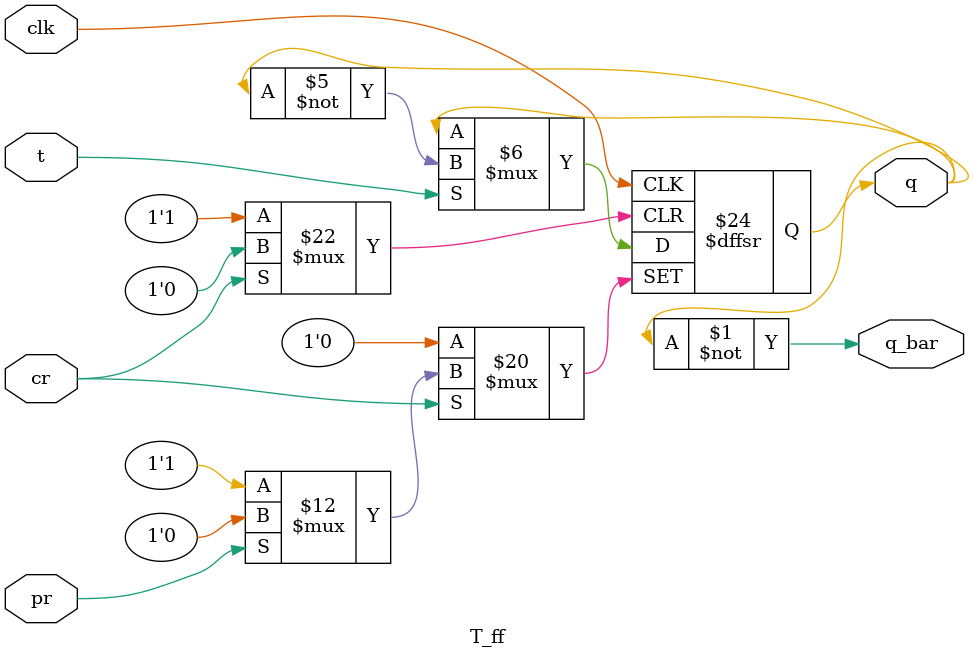
<source format=v>
`timescale 1ns / 1ps
module T_ff(input t, input clk, input pr, input cr, output reg q, output q_bar);
  assign q_bar = ~q;

  always @(posedge clk or negedge pr or negedge cr) begin
    if (!cr)
      q <= 0;
    else if (!pr)
      q <= 1;
    else if (t)
      q <= ~q;
  end
endmodule

</source>
